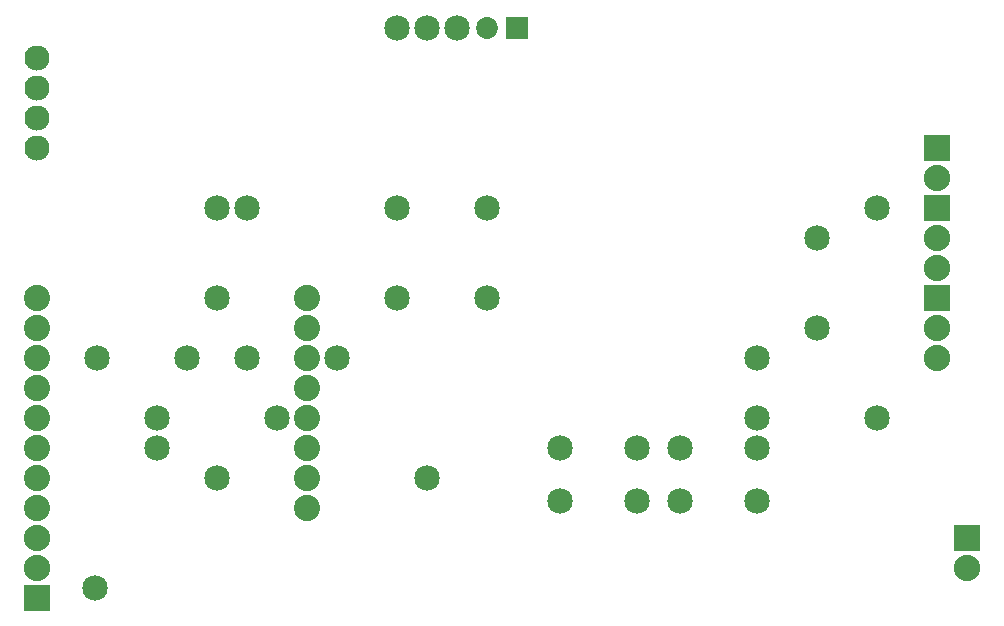
<source format=gbs>
G04 MADE WITH FRITZING*
G04 WWW.FRITZING.ORG*
G04 DOUBLE SIDED*
G04 HOLES PLATED*
G04 CONTOUR ON CENTER OF CONTOUR VECTOR*
%ASAXBY*%
%FSLAX23Y23*%
%MOIN*%
%OFA0B0*%
%SFA1.0B1.0*%
%ADD10C,0.087778*%
%ADD11C,0.083889*%
%ADD12C,0.088000*%
%ADD13C,0.085000*%
%ADD14C,0.072992*%
%ADD15R,0.088000X0.088000*%
%ADD16R,0.072992X0.072992*%
%LNMASK0*%
G90*
G70*
G54D10*
X140Y1079D03*
X140Y979D03*
X140Y879D03*
X140Y779D03*
X140Y679D03*
X140Y579D03*
X140Y479D03*
X140Y379D03*
X1040Y379D03*
X1040Y479D03*
X1040Y579D03*
X1040Y679D03*
X1040Y779D03*
X1040Y879D03*
X1040Y979D03*
X1040Y1079D03*
G54D11*
X140Y1879D03*
X140Y1779D03*
X140Y1679D03*
X140Y1579D03*
G54D12*
X140Y79D03*
X140Y179D03*
X140Y279D03*
X3240Y279D03*
X3240Y179D03*
G54D13*
X740Y479D03*
X333Y112D03*
G54D12*
X3140Y1579D03*
X3140Y1479D03*
X3140Y1379D03*
X3140Y1379D03*
X3140Y1279D03*
X3140Y1179D03*
X3140Y1079D03*
X3140Y979D03*
X3140Y879D03*
G54D13*
X140Y679D03*
X540Y679D03*
X140Y579D03*
X540Y579D03*
X2740Y979D03*
X2740Y1279D03*
X940Y679D03*
X1140Y879D03*
X2940Y1379D03*
X2940Y679D03*
X1540Y1979D03*
X1440Y1979D03*
X1340Y1979D03*
X1340Y1379D03*
X1340Y1079D03*
X1640Y1379D03*
X1640Y1079D03*
G54D14*
X1738Y1979D03*
X1640Y1979D03*
G54D13*
X840Y1379D03*
X840Y879D03*
X740Y1379D03*
X740Y1079D03*
X2140Y402D03*
X1884Y402D03*
X2140Y579D03*
X1884Y579D03*
X2540Y402D03*
X2284Y402D03*
X2540Y579D03*
X2284Y579D03*
X340Y879D03*
X640Y879D03*
X640Y879D03*
X1440Y479D03*
X2540Y879D03*
X2540Y679D03*
G54D15*
X140Y79D03*
X3240Y279D03*
X3140Y1579D03*
X3140Y1379D03*
X3140Y1079D03*
G54D16*
X1738Y1979D03*
G04 End of Mask0*
M02*
</source>
